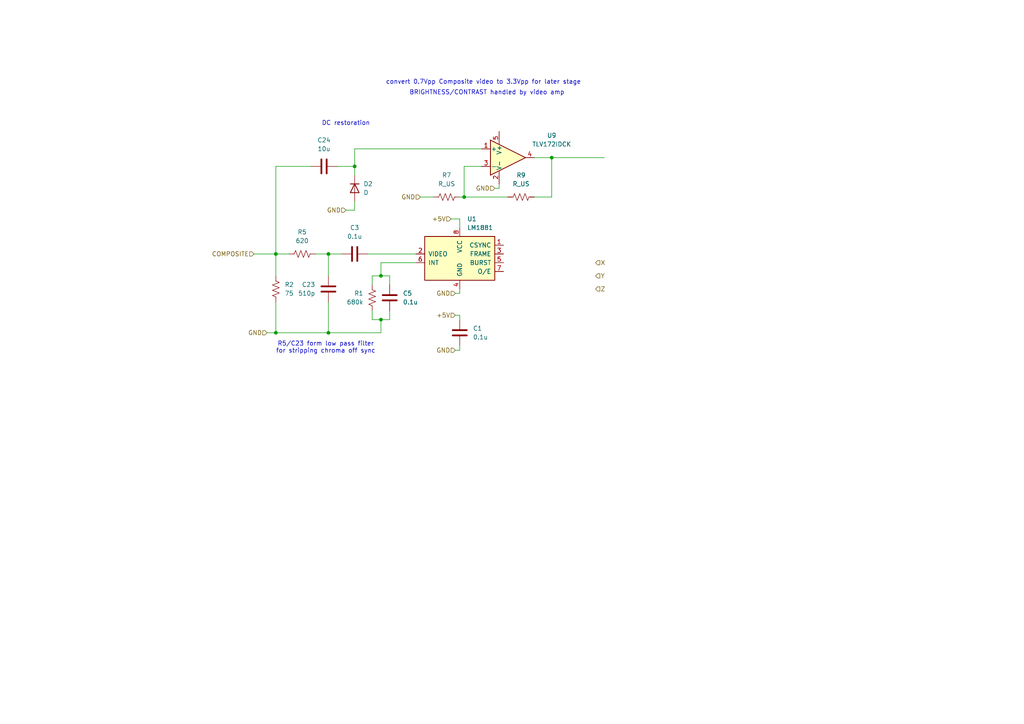
<source format=kicad_sch>
(kicad_sch (version 20250114) (generator "eeschema") (generator_version "9.0")
  (paper "A4")
  (lib_symbols
    (symbol "Amplifier_Operational:TLV172IDCK" (pin_names (offset 0.127))
      (property "Reference" "U" (at 7.62 2.54 0))
      (property "Value" "TLV172IDCK" (at 11.43 -2.54 0))
      (symbol "TLV172IDCK_0_1"
        (polyline (pts (xy -2.54 5.08) (xy -2.54 -5.08) (xy 7.62 0) (xy -2.54 5.08)) (stroke (width 0.254)) (fill (type background)))
      )
      (symbol "TLV172IDCK_1_1"
        (pin input line (at -5.08 2.54 0) (length 2.54) (name "+") (number "1"))
        (pin input line (at -5.08 -2.54 0) (length 2.54) (name "-") (number "3"))
        (pin power_in line (at 0 7.62 270) (length 3.81) (name "V+") (number "5"))
        (pin power_in line (at 0 -7.62 90) (length 3.81) (name "V-") (number "2"))
        (pin output line (at 10.16 0 180) (length 2.54) (name "~") (number "4"))
      )
    )
    (symbol "Device:C" (pin_numbers (hide yes)) (pin_names (offset 0.254))
      (property "Reference" "C" (at 0.635 2.54 0))
      (property "Value" "C" (at 0.635 -2.54 0))
      (symbol "C_0_1"
        (polyline (pts (xy -2.032 0.762) (xy 2.032 0.762)) (stroke (width 0.508)))
        (polyline (pts (xy -2.032 -0.762) (xy 2.032 -0.762)) (stroke (width 0.508)))
      )
      (symbol "C_1_1"
        (pin passive line (at 0 3.81 270) (length 2.794) (name "~") (number "1"))
        (pin passive line (at 0 -3.81 90) (length 2.794) (name "~") (number "2"))
      )
    )
    (symbol "Device:D" (pin_numbers (hide yes)) (pin_names (offset 1.016) (hide yes))
      (property "Reference" "D" (at 0 2.54 0))
      (property "Value" "D" (at 0 -2.54 0))
      (symbol "D_0_1"
        (polyline (pts (xy -1.27 1.27) (xy -1.27 -1.27)) (stroke (width 0.254)))
        (polyline (pts (xy 1.27 1.27) (xy 1.27 -1.27) (xy -1.27 0) (xy 1.27 1.27)) (stroke (width 0.254)))
        (polyline (pts (xy 1.27 0) (xy -1.27 0)))
      )
      (symbol "D_1_1"
        (pin passive line (at -3.81 0 0) (length 2.54) (name "K") (number "1"))
        (pin passive line (at 3.81 0 180) (length 2.54) (name "A") (number "2"))
      )
    )
    (symbol "Device:R_US" (pin_numbers (hide yes)) (pin_names (offset 0))
      (property "Reference" "R" (at 2.54 0 90))
      (property "Value" "R_US" (at -2.54 0 90))
      (symbol "R_US_0_1"
        (polyline (pts (xy 0 2.286) (xy 0 2.54)))
        (polyline (pts (xy 0 2.286) (xy 1.016 1.905) (xy 0 1.524) (xy -1.016 1.143) (xy 0 0.762)))
        (polyline (pts (xy 0 0.762) (xy 1.016 0.381) (xy 0 0) (xy -1.016 -0.381) (xy 0 -0.762)))
        (polyline (pts (xy 0 -0.762) (xy 1.016 -1.143) (xy 0 -1.524) (xy -1.016 -1.905) (xy 0 -2.286)))
        (polyline (pts (xy 0 -2.286) (xy 0 -2.54)))
      )
      (symbol "R_US_1_1"
        (pin passive line (at 0 3.81 270) (length 1.27) (name "~") (number "1"))
        (pin passive line (at 0 -3.81 90) (length 1.27) (name "~") (number "2"))
      )
    )
    (symbol "Video:LM1881" (pin_names (offset 1.016))
      (property "Reference" "U" (at -8.89 8.89 0))
      (property "Value" "LM1881" (at 6.35 8.89 0))
      (symbol "LM1881_0_1"
        (rectangle (start -10.16 7.62) (end 10.16 -5.08) (stroke (width 0.254)) (fill (type background)))
      )
      (symbol "LM1881_1_1"
        (pin input line (at -12.7 2.54 0) (length 2.54) (name "VIDEO") (number "2"))
        (pin input line (at -12.7 0 0) (length 2.54) (name "INT") (number "6"))
        (pin power_in line (at 0 10.16 270) (length 2.54) (name "VCC") (number "8"))
        (pin power_in line (at 0 -7.62 90) (length 2.54) (name "GND") (number "4"))
        (pin output line (at 12.7 5.08 180) (length 2.54) (name "CSYNC") (number "1"))
        (pin output line (at 12.7 2.54 180) (length 2.54) (name "FRAME") (number "3"))
        (pin output line (at 12.7 0 180) (length 2.54) (name "BURST") (number "5"))
        (pin output line (at 12.7 -2.54 180) (length 2.54) (name "O/E") (number "7"))
      )
    )
  )
  (text "BRIGHTNESS/CONTRAST handled by video amp" (at 141.224 26.924 0) (effects (font (size 1.27 1.27))))
  (text "convert 0.7Vpp Composite video to 3.3Vpp for later stage" (at 140.208 23.876 0) (effects (font (size 1.27 1.27))))
  (text "DC restoration" (at 100.33 35.814 0) (effects (font (size 1.27 1.27))))
  (text "R5/C23 form low pass filter\nfor stripping chroma off sync" (at 94.488 100.838 0) (effects (font (size 1.27 1.27))))
  (junction (at 110.49 92.71))
  (junction (at 80.01 73.66))
  (junction (at 160.02 45.72))
  (junction (at 80.01 96.52))
  (junction (at 95.25 73.66))
  (junction (at 95.25 96.52))
  (junction (at 102.87 48.26))
  (junction (at 134.62 57.15))
  (junction (at 110.49 80.01))
  (wire (pts (xy 95.25 73.66) (xy 95.25 80.01)))
  (wire (pts (xy 130.81 63.5) (xy 133.35 63.5)))
  (wire (pts (xy 80.01 48.26) (xy 80.01 73.66)))
  (wire (pts (xy 160.02 57.15) (xy 154.94 57.15)))
  (wire (pts (xy 106.68 73.66) (xy 120.65 73.66)))
  (wire (pts (xy 133.35 57.15) (xy 134.62 57.15)))
  (wire (pts (xy 80.01 48.26) (xy 90.17 48.26)))
  (wire (pts (xy 95.25 87.63) (xy 95.25 96.52)))
  (wire (pts (xy 134.62 48.26) (xy 139.7 48.26)))
  (wire (pts (xy 102.87 48.26) (xy 102.87 43.18)))
  (wire (pts (xy 132.08 91.44) (xy 133.35 91.44)))
  (wire (pts (xy 110.49 80.01) (xy 107.95 80.01)))
  (wire (pts (xy 100.33 60.96) (xy 102.87 60.96)))
  (wire (pts (xy 95.25 96.52) (xy 80.01 96.52)))
  (wire (pts (xy 80.01 80.01) (xy 80.01 73.66)))
  (wire (pts (xy 110.49 96.52) (xy 95.25 96.52)))
  (wire (pts (xy 97.79 48.26) (xy 102.87 48.26)))
  (wire (pts (xy 107.95 90.17) (xy 107.95 92.71)))
  (wire (pts (xy 110.49 92.71) (xy 110.49 96.52)))
  (wire (pts (xy 134.62 57.15) (xy 147.32 57.15)))
  (wire (pts (xy 133.35 91.44) (xy 133.35 92.71)))
  (wire (pts (xy 134.62 48.26) (xy 134.62 57.15)))
  (wire (pts (xy 73.66 73.66) (xy 80.01 73.66)))
  (wire (pts (xy 80.01 73.66) (xy 83.82 73.66)))
  (wire (pts (xy 102.87 58.42) (xy 102.87 60.96)))
  (wire (pts (xy 160.02 45.72) (xy 160.02 57.15)))
  (wire (pts (xy 143.51 54.61) (xy 144.78 54.61)))
  (wire (pts (xy 154.94 45.72) (xy 160.02 45.72)))
  (wire (pts (xy 91.44 73.66) (xy 95.25 73.66)))
  (wire (pts (xy 80.01 87.63) (xy 80.01 96.52)))
  (wire (pts (xy 107.95 92.71) (xy 110.49 92.71)))
  (wire (pts (xy 132.08 101.6) (xy 133.35 101.6)))
  (wire (pts (xy 110.49 92.71) (xy 113.03 92.71)))
  (wire (pts (xy 80.01 96.52) (xy 77.47 96.52)))
  (wire (pts (xy 121.92 57.15) (xy 125.73 57.15)))
  (wire (pts (xy 144.78 54.61) (xy 144.78 53.34)))
  (wire (pts (xy 102.87 43.18) (xy 139.7 43.18)))
  (wire (pts (xy 133.35 63.5) (xy 133.35 66.04)))
  (wire (pts (xy 160.02 45.72) (xy 175.26 45.72)))
  (wire (pts (xy 120.65 76.2) (xy 110.49 76.2)))
  (wire (pts (xy 113.03 80.01) (xy 113.03 82.55)))
  (wire (pts (xy 133.35 100.33) (xy 133.35 101.6)))
  (wire (pts (xy 113.03 90.17) (xy 113.03 92.71)))
  (wire (pts (xy 102.87 48.26) (xy 102.87 50.8)))
  (wire (pts (xy 107.95 80.01) (xy 107.95 82.55)))
  (wire (pts (xy 132.08 85.09) (xy 133.35 85.09)))
  (wire (pts (xy 95.25 73.66) (xy 99.06 73.66)))
  (wire (pts (xy 110.49 76.2) (xy 110.49 80.01)))
  (wire (pts (xy 110.49 80.01) (xy 113.03 80.01)))
  (wire (pts (xy 133.35 85.09) (xy 133.35 83.82)))
  (hierarchical_label "GND" (shape input) (at 121.92 57.15 180))
  (hierarchical_label "+5V" (shape input) (at 132.08 91.44 180))
  (hierarchical_label "GND" (shape input) (at 143.51 54.61 180))
  (hierarchical_label "Z" (shape input) (at 172.72 83.82 0))
  (hierarchical_label "GND" (shape input) (at 132.08 101.6 180))
  (hierarchical_label "GND" (shape input) (at 100.33 60.96 180))
  (hierarchical_label "GND" (shape input) (at 132.08 85.09 180))
  (hierarchical_label "+5V" (shape input) (at 130.81 63.5 180))
  (hierarchical_label "COMPOSITE" (shape input) (at 73.66 73.66 180))
  (hierarchical_label "X" (shape input) (at 172.72 76.2 0))
  (hierarchical_label "GND" (shape input) (at 77.47 96.52 180))
  (hierarchical_label "Y" (shape input) (at 172.72 80.01 0))
  (symbol (lib_id "Device:C") (at 95.25 83.82 0) (unit 1)
    (property "Reference" "C23" (at 91.44 82.5499 0) (effects (justify right)))
    (property "Value" "510p" (at 91.44 85.0899 0) (effects (justify right)))
    (property "Description" "Unpolarized capacitor" (effects (hide yes)))
  )
  (symbol (lib_id "Device:R_US") (at 151.13 57.15 90) (unit 1)
    (property "Reference" "R9" (at 151.13 50.8 90))
    (property "Value" "R_US" (at 151.13 53.34 90))
    (property "Description" "Resistor, US symbol" (effects (hide yes)))
  )
  (symbol (lib_id "Device:C") (at 93.98 48.26 90) (unit 1)
    (property "Reference" "C24" (at 93.98 40.64 90))
    (property "Value" "10u" (at 93.98 43.18 90))
    (property "Description" "Unpolarized capacitor" (effects (hide yes)))
  )
  (symbol (lib_id "Device:R_US") (at 80.01 83.82 0) (unit 1)
    (property "Reference" "R2" (at 82.55 82.5499 0) (effects (justify left)))
    (property "Value" "75" (at 82.55 85.0899 0) (effects (justify left)))
    (property "Description" "Resistor, US symbol" (effects (hide yes)))
  )
  (symbol (lib_id "Device:D") (at 102.87 54.61 270) (unit 1)
    (property "Reference" "D2" (at 105.41 53.3399 90) (effects (justify left)))
    (property "Value" "D" (at 105.41 55.8799 90) (effects (justify left)))
    (property "Description" "Diode" (effects (hide yes)))
    (property "Sim.Device" "D" (effects (hide yes)))
    (property "Sim.Pins" "1=K 2=A" (effects (hide yes)))
  )
  (symbol (lib_id "Device:R_US") (at 107.95 86.36 0) (unit 1)
    (property "Reference" "R1" (at 105.41 85.0899 0) (effects (justify right)))
    (property "Value" "680k" (at 105.41 87.6299 0) (effects (justify right)))
    (property "Description" "Resistor, US symbol" (effects (hide yes)))
  )
  (symbol (lib_id "Device:R_US") (at 129.54 57.15 90) (unit 1)
    (property "Reference" "R7" (at 129.54 50.8 90))
    (property "Value" "R_US" (at 129.54 53.34 90))
    (property "Description" "Resistor, US symbol" (effects (hide yes)))
  )
  (symbol (lib_id "Video:LM1881") (at 133.35 76.2 0) (unit 1)
    (property "Reference" "U1" (at 135.4933 63.5 0) (effects (justify left)))
    (property "Value" "LM1881" (at 135.4933 66.04 0) (effects (justify left)))
  )
  (symbol (lib_id "Device:C") (at 113.03 86.36 180) (unit 1)
    (property "Reference" "C5" (at 116.84 85.0899 0) (effects (justify right)))
    (property "Value" "0.1u" (at 116.84 87.6299 0) (effects (justify right)))
    (property "Description" "Unpolarized capacitor" (effects (hide yes)))
  )
  (symbol (lib_id "Device:C") (at 133.35 96.52 0) (unit 1)
    (property "Reference" "C1" (at 137.16 95.2499 0) (effects (justify left)))
    (property "Value" "0.1u" (at 137.16 97.7899 0) (effects (justify left)))
    (property "Description" "Unpolarized capacitor" (effects (hide yes)))
  )
  (symbol (lib_id "Device:C") (at 102.87 73.66 90) (unit 1)
    (property "Reference" "C3" (at 102.87 66.04 90))
    (property "Value" "0.1u" (at 102.87 68.58 90))
    (property "Description" "Unpolarized capacitor" (effects (hide yes)))
  )
  (symbol (lib_id "Amplifier_Operational:TLV172IDCK") (at 144.78 45.72 0) (unit 1)
    (property "Reference" "U9" (at 160.02 39.2998 0))
    (property "Value" "TLV172IDCK" (at 160.02 41.8398 0))
    (property "Footprint" "Package_TO_SOT_SMD:SOT-353_SC-70-5" (effects (hide yes)))
    (property "Datasheet" "http://www.ti.com/lit/ds/symlink/tlv172.pdf" (effects (hide yes)))
    (property "Description" "Low-power Operational Amplifier, SOT-353" (effects (hide yes)))
  )
  (symbol (lib_id "Device:R_US") (at 87.63 73.66 90) (unit 1)
    (property "Reference" "R5" (at 87.63 67.31 90))
    (property "Value" "620" (at 87.63 69.85 90))
    (property "Description" "Resistor, US symbol" (effects (hide yes)))
  )
)
</source>
